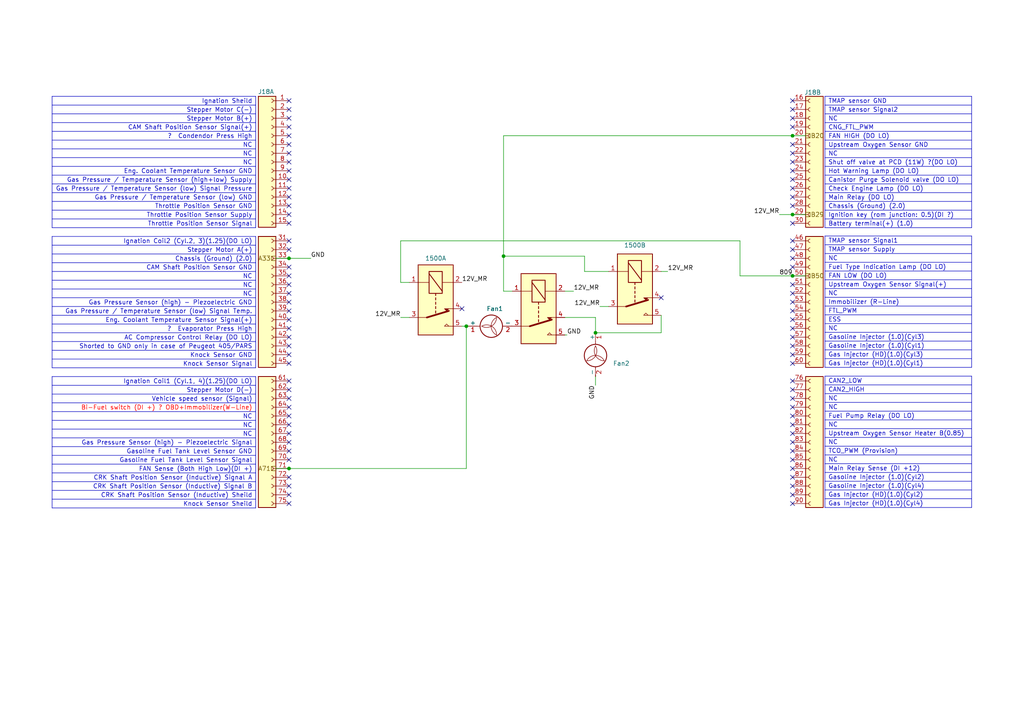
<source format=kicad_sch>
(kicad_sch (version 20250114) (generator "eeschema") (generator_version "9.0")
  (paper "A4")
  (lib_symbols
    (symbol "Conn_01x90_3Row_Socket_1" (pin_names (offset 1.016) (hide yes))
      (property "Reference" "J" (at 1.524 60.833 0))
      (property "Value" "Conn_01x90_3Row_Socket" (at 1.397 -61.214 0))
      (symbol "Conn_01x90_3Row_Socket_1_1_1"
        (pin passive line (at -4.318 58.42 0) (length 3.81) (name "A1") (number "1"))
        (pin passive line (at -4.318 55.88 0) (length 3.81) (name "A2") (number "2"))
        (pin passive line (at -4.318 53.34 0) (length 3.81) (name "A3") (number "3"))
        (pin passive line (at -4.318 50.8 0) (length 3.81) (name "A4") (number "4"))
        (pin passive line (at -4.318 48.26 0) (length 3.81) (name "A5") (number "5"))
        (pin passive line (at -4.318 45.72 0) (length 3.81) (name "A6") (number "6"))
        (pin passive line (at -4.318 43.18 0) (length 3.81) (name "A7") (number "7"))
        (pin passive line (at -4.318 40.64 0) (length 3.81) (name "A8") (number "8"))
        (pin passive line (at -4.318 38.1 0) (length 3.81) (name "A9") (number "9"))
        (pin passive line (at -4.318 35.56 0) (length 3.81) (name "A10") (number "10"))
        (pin passive line (at -4.318 33.02 0) (length 3.81) (name "A11") (number "11"))
        (pin passive line (at -4.318 30.48 0) (length 3.81) (name "A12") (number "12"))
        (pin passive line (at -4.318 27.94 0) (length 3.81) (name "A13") (number "13"))
        (pin passive line (at -4.318 25.4 0) (length 3.81) (name "A14") (number "14"))
        (pin passive line (at -4.318 22.86 0) (length 3.81) (name "A15") (number "15"))
        (pin passive line (at -4.318 17.78 0) (length 3.81) (name "A31") (number "31"))
        (pin passive line (at -4.318 15.24 0) (length 3.81) (name "A32") (number "32"))
        (pin passive line (at -4.318 12.7 0) (length 3.81) (name "A33") (number "33"))
        (pin passive line (at -4.318 10.16 0) (length 3.81) (name "A34") (number "34"))
        (pin passive line (at -4.318 7.62 0) (length 3.81) (name "A35") (number "35"))
        (pin passive line (at -4.318 5.08 0) (length 3.81) (name "A36") (number "36"))
        (pin passive line (at -4.318 2.54 0) (length 3.81) (name "A37") (number "37"))
        (pin passive line (at -4.318 0 0) (length 3.81) (name "A38") (number "38"))
        (pin passive line (at -4.318 -2.54 0) (length 3.81) (name "A39") (number "39"))
        (pin passive line (at -4.318 -5.08 0) (length 3.81) (name "A40") (number "40"))
        (pin passive line (at -4.318 -7.62 0) (length 3.81) (name "A41") (number "41"))
        (pin passive line (at -4.318 -10.16 0) (length 3.81) (name "A42") (number "42"))
        (pin passive line (at -4.318 -12.7 0) (length 3.81) (name "A43") (number "43"))
        (pin passive line (at -4.318 -15.24 0) (length 3.81) (name "A44") (number "44"))
        (pin passive line (at -4.318 -17.78 0) (length 3.81) (name "A45") (number "45"))
        (pin passive line (at -4.318 -22.86 0) (length 3.81) (name "A61") (number "61"))
        (pin passive line (at -4.318 -25.4 0) (length 3.81) (name "A62") (number "62"))
        (pin passive line (at -4.318 -27.94 0) (length 3.81) (name "A63") (number "63"))
        (pin passive line (at -4.318 -30.48 0) (length 3.81) (name "A64") (number "64"))
        (pin passive line (at -4.318 -33.02 0) (length 3.81) (name "A65") (number "65"))
        (pin passive line (at -4.318 -35.56 0) (length 3.81) (name "A66") (number "66"))
        (pin passive line (at -4.318 -38.1 0) (length 3.81) (name "A67") (number "67"))
        (pin passive line (at -4.318 -40.64 0) (length 3.81) (name "A68") (number "68"))
        (pin passive line (at -4.318 -43.18 0) (length 3.81) (name "A69") (number "69"))
        (pin passive line (at -4.318 -45.72 0) (length 3.81) (name "A70") (number "70"))
        (pin passive line (at -4.318 -48.26 0) (length 3.81) (name "A71") (number "71"))
        (pin passive line (at -4.318 -50.8 0) (length 3.81) (name "A72") (number "72"))
        (pin passive line (at -4.318 -53.34 0) (length 3.81) (name "A73") (number "73"))
        (pin passive line (at -4.318 -55.88 0) (length 3.81) (name "A74") (number "74"))
        (pin passive line (at -4.318 -58.42 0) (length 3.81) (name "A75") (number "75"))
      )
      (symbol "Conn_01x90_3Row_Socket_1_2_1"
        (pin passive line (at -4.318 58.42 0) (length 3.81) (name "B16") (number "16"))
        (pin passive line (at -4.318 55.88 0) (length 3.81) (name "B17") (number "17"))
        (pin passive line (at -4.318 53.34 0) (length 3.81) (name "B18") (number "18"))
        (pin passive line (at -4.318 50.8 0) (length 3.81) (name "B19") (number "19"))
        (pin passive line (at -4.318 48.26 0) (length 3.81) (name "B20") (number "20"))
        (pin passive line (at -4.318 45.72 0) (length 3.81) (name "B21") (number "21"))
        (pin passive line (at -4.318 43.18 0) (length 3.81) (name "B22") (number "22"))
        (pin passive line (at -4.318 40.64 0) (length 3.81) (name "B23") (number "23"))
        (pin passive line (at -4.318 38.1 0) (length 3.81) (name "B24") (number "24"))
        (pin passive line (at -4.318 35.56 0) (length 3.81) (name "B25") (number "25"))
        (pin passive line (at -4.318 33.02 0) (length 3.81) (name "B26") (number "26"))
        (pin passive line (at -4.318 30.48 0) (length 3.81) (name "B27") (number "27"))
        (pin passive line (at -4.318 27.94 0) (length 3.81) (name "B28") (number "28"))
        (pin passive line (at -4.318 25.4 0) (length 3.81) (name "B29") (number "29"))
        (pin passive line (at -4.318 22.86 0) (length 3.81) (name "B30") (number "30"))
        (pin passive line (at -4.318 17.78 0) (length 3.81) (name "B46") (number "46"))
        (pin passive line (at -4.318 15.24 0) (length 3.81) (name "B47") (number "47"))
        (pin passive line (at -4.318 12.7 0) (length 3.81) (name "B48") (number "48"))
        (pin passive line (at -4.318 10.16 0) (length 3.81) (name "B49") (number "49"))
        (pin passive line (at -4.318 7.62 0) (length 3.81) (name "B50") (number "50"))
        (pin passive line (at -4.318 5.08 0) (length 3.81) (name "B51") (number "51"))
        (pin passive line (at -4.318 2.54 0) (length 3.81) (name "B52") (number "52"))
        (pin passive line (at -4.318 0 0) (length 3.81) (name "B53") (number "53"))
        (pin passive line (at -4.318 -2.54 0) (length 3.81) (name "B54") (number "54"))
        (pin passive line (at -4.318 -5.08 0) (length 3.81) (name "B55") (number "55"))
        (pin passive line (at -4.318 -7.62 0) (length 3.81) (name "B56") (number "56"))
        (pin passive line (at -4.318 -10.16 0) (length 3.81) (name "B57") (number "57"))
        (pin passive line (at -4.318 -12.7 0) (length 3.81) (name "B58") (number "58"))
        (pin passive line (at -4.318 -15.24 0) (length 3.81) (name "B59") (number "59"))
        (pin passive line (at -4.318 -17.78 0) (length 3.81) (name "B60") (number "60"))
        (pin passive line (at -4.318 -22.86 0) (length 3.81) (name "B76") (number "76"))
        (pin passive line (at -4.318 -25.4 0) (length 3.81) (name "B77") (number "77"))
        (pin passive line (at -4.318 -27.94 0) (length 3.81) (name "B78") (number "78"))
        (pin passive line (at -4.318 -30.48 0) (length 3.81) (name "B79") (number "79"))
        (pin passive line (at -4.318 -33.02 0) (length 3.81) (name "B80") (number "80"))
        (pin passive line (at -4.318 -35.56 0) (length 3.81) (name "B81") (number "81"))
        (pin passive line (at -4.318 -38.1 0) (length 3.81) (name "B82") (number "82"))
        (pin passive line (at -4.318 -40.64 0) (length 3.81) (name "B83") (number "83"))
        (pin passive line (at -4.318 -43.18 0) (length 3.81) (name "B84") (number "84"))
        (pin passive line (at -4.318 -45.72 0) (length 3.81) (name "B85") (number "85"))
        (pin passive line (at -4.318 -48.26 0) (length 3.81) (name "B86") (number "86"))
        (pin passive line (at -4.318 -50.8 0) (length 3.81) (name "B87") (number "87"))
        (pin passive line (at -4.318 -53.34 0) (length 3.81) (name "B88") (number "88"))
        (pin passive line (at -4.318 -55.88 0) (length 3.81) (name "B89") (number "89"))
        (pin passive line (at -4.318 -58.42 0) (length 3.81) (name "B90") (number "90"))
      )
    )
    (symbol "Motor:Fan" (pin_names (offset 0))
      (property "Reference" "M" (at 2.54 5.08 0))
      (property "Value" "Fan" (at 2.54 -2.54 0))
      (symbol "Fan_1_1"
        (pin passive line (at 0 7.62 270) (length 2.54) (name "+") (number "1"))
        (pin passive line (at 0 -5.08 90) (length 2.54) (name "-") (number "2"))
      )
    )
    (symbol "SparkFun-Electromechanical:Relay_SPDT_20A_5V_27.6x32.0mm"
      (property "Reference" "K" (at -3.81 11.43 0))
      (property "Value" "Relay_SPDT_20A_5V" (at 0 -11.43 0))
      (symbol "Relay_SPDT_20A_5V_27.6x32.0mm_1_1"
        (pin passive line (at -7.62 5.08 0) (length 2.54) (name "") (number "1"))
        (pin passive line (at -7.62 -5.08 0) (length 2.54) (name "") (number "3"))
        (pin passive line (at 7.62 5.08 180) (length 2.54) (name "") (number "2"))
        (pin passive line (at 7.62 -2.54 180) (length 2.54) (name "") (number "4"))
        (pin passive line (at 7.62 -7.62 180) (length 2.54) (name "") (number "5"))
      )
    )
    (symbol "sicma_socket:Conn_01x90_3Row_Socket" (pin_names (offset 1.016) (hide yes))
      (property "Reference" "J" (at 1.524 60.833 0))
      (property "Value" "Conn_01x90_3Row_Socket" (at 1.397 -61.214 0))
      (symbol "Conn_01x90_3Row_Socket_1_1"
        (pin passive line (at -4.318 58.42 0) (length 3.81) (name "A1") (number "1"))
        (pin passive line (at -4.318 55.88 0) (length 3.81) (name "A2") (number "2"))
        (pin passive line (at -4.318 53.34 0) (length 3.81) (name "A3") (number "3"))
        (pin passive line (at -4.318 50.8 0) (length 3.81) (name "A4") (number "4"))
        (pin passive line (at -4.318 48.26 0) (length 3.81) (name "A5") (number "5"))
        (pin passive line (at -4.318 45.72 0) (length 3.81) (name "A6") (number "6"))
        (pin passive line (at -4.318 43.18 0) (length 3.81) (name "A7") (number "7"))
        (pin passive line (at -4.318 40.64 0) (length 3.81) (name "A8") (number "8"))
        (pin passive line (at -4.318 38.1 0) (length 3.81) (name "A9") (number "9"))
        (pin passive line (at -4.318 35.56 0) (length 3.81) (name "A10") (number "10"))
        (pin passive line (at -4.318 33.02 0) (length 3.81) (name "A11") (number "11"))
        (pin passive line (at -4.318 30.48 0) (length 3.81) (name "A12") (number "12"))
        (pin passive line (at -4.318 27.94 0) (length 3.81) (name "A13") (number "13"))
        (pin passive line (at -4.318 25.4 0) (length 3.81) (name "A14") (number "14"))
        (pin passive line (at -4.318 22.86 0) (length 3.81) (name "A15") (number "15"))
        (pin passive line (at -4.318 17.78 0) (length 3.81) (name "A31") (number "31"))
        (pin passive line (at -4.318 15.24 0) (length 3.81) (name "A32") (number "32"))
        (pin passive line (at -4.318 12.7 0) (length 3.81) (name "A33") (number "33"))
        (pin passive line (at -4.318 10.16 0) (length 3.81) (name "A34") (number "34"))
        (pin passive line (at -4.318 7.62 0) (length 3.81) (name "A35") (number "35"))
        (pin passive line (at -4.318 5.08 0) (length 3.81) (name "A36") (number "36"))
        (pin passive line (at -4.318 2.54 0) (length 3.81) (name "A37") (number "37"))
        (pin passive line (at -4.318 0 0) (length 3.81) (name "A38") (number "38"))
        (pin passive line (at -4.318 -2.54 0) (length 3.81) (name "A39") (number "39"))
        (pin passive line (at -4.318 -5.08 0) (length 3.81) (name "A40") (number "40"))
        (pin passive line (at -4.318 -7.62 0) (length 3.81) (name "A41") (number "41"))
        (pin passive line (at -4.318 -10.16 0) (length 3.81) (name "A42") (number "42"))
        (pin passive line (at -4.318 -12.7 0) (length 3.81) (name "A43") (number "43"))
        (pin passive line (at -4.318 -15.24 0) (length 3.81) (name "A44") (number "44"))
        (pin passive line (at -4.318 -17.78 0) (length 3.81) (name "A45") (number "45"))
        (pin passive line (at -4.318 -22.86 0) (length 3.81) (name "A61") (number "61"))
        (pin passive line (at -4.318 -25.4 0) (length 3.81) (name "A62") (number "62"))
        (pin passive line (at -4.318 -27.94 0) (length 3.81) (name "A63") (number "63"))
        (pin passive line (at -4.318 -30.48 0) (length 3.81) (name "A64") (number "64"))
        (pin passive line (at -4.318 -33.02 0) (length 3.81) (name "A65") (number "65"))
        (pin passive line (at -4.318 -35.56 0) (length 3.81) (name "A66") (number "66"))
        (pin passive line (at -4.318 -38.1 0) (length 3.81) (name "A67") (number "67"))
        (pin passive line (at -4.318 -40.64 0) (length 3.81) (name "A68") (number "68"))
        (pin passive line (at -4.318 -43.18 0) (length 3.81) (name "A69") (number "69"))
        (pin passive line (at -4.318 -45.72 0) (length 3.81) (name "A70") (number "70"))
        (pin passive line (at -4.318 -48.26 0) (length 3.81) (name "A71") (number "71"))
        (pin passive line (at -4.318 -50.8 0) (length 3.81) (name "A72") (number "72"))
        (pin passive line (at -4.318 -53.34 0) (length 3.81) (name "A73") (number "73"))
        (pin passive line (at -4.318 -55.88 0) (length 3.81) (name "A74") (number "74"))
        (pin passive line (at -4.318 -58.42 0) (length 3.81) (name "A75") (number "75"))
      )
      (symbol "Conn_01x90_3Row_Socket_2_1"
        (pin passive line (at -4.318 58.42 0) (length 3.81) (name "B16") (number "16"))
        (pin passive line (at -4.318 55.88 0) (length 3.81) (name "B17") (number "17"))
        (pin passive line (at -4.318 53.34 0) (length 3.81) (name "B18") (number "18"))
        (pin passive line (at -4.318 50.8 0) (length 3.81) (name "B19") (number "19"))
        (pin passive line (at -4.318 48.26 0) (length 3.81) (name "B20") (number "20"))
        (pin passive line (at -4.318 45.72 0) (length 3.81) (name "B21") (number "21"))
        (pin passive line (at -4.318 43.18 0) (length 3.81) (name "B22") (number "22"))
        (pin passive line (at -4.318 40.64 0) (length 3.81) (name "B23") (number "23"))
        (pin passive line (at -4.318 38.1 0) (length 3.81) (name "B24") (number "24"))
        (pin passive line (at -4.318 35.56 0) (length 3.81) (name "B25") (number "25"))
        (pin passive line (at -4.318 33.02 0) (length 3.81) (name "B26") (number "26"))
        (pin passive line (at -4.318 30.48 0) (length 3.81) (name "B27") (number "27"))
        (pin passive line (at -4.318 27.94 0) (length 3.81) (name "B28") (number "28"))
        (pin passive line (at -4.318 25.4 0) (length 3.81) (name "B29") (number "29"))
        (pin passive line (at -4.318 22.86 0) (length 3.81) (name "B30") (number "30"))
        (pin passive line (at -4.318 17.78 0) (length 3.81) (name "B46") (number "46"))
        (pin passive line (at -4.318 15.24 0) (length 3.81) (name "B47") (number "47"))
        (pin passive line (at -4.318 12.7 0) (length 3.81) (name "B48") (number "48"))
        (pin passive line (at -4.318 10.16 0) (length 3.81) (name "B49") (number "49"))
        (pin passive line (at -4.318 7.62 0) (length 3.81) (name "B50") (number "50"))
        (pin passive line (at -4.318 5.08 0) (length 3.81) (name "B51") (number "51"))
        (pin passive line (at -4.318 2.54 0) (length 3.81) (name "B52") (number "52"))
        (pin passive line (at -4.318 0 0) (length 3.81) (name "B53") (number "53"))
        (pin passive line (at -4.318 -2.54 0) (length 3.81) (name "B54") (number "54"))
        (pin passive line (at -4.318 -5.08 0) (length 3.81) (name "B55") (number "55"))
        (pin passive line (at -4.318 -7.62 0) (length 3.81) (name "B56") (number "56"))
        (pin passive line (at -4.318 -10.16 0) (length 3.81) (name "B57") (number "57"))
        (pin passive line (at -4.318 -12.7 0) (length 3.81) (name "B58") (number "58"))
        (pin passive line (at -4.318 -15.24 0) (length 3.81) (name "B59") (number "59"))
        (pin passive line (at -4.318 -17.78 0) (length 3.81) (name "B60") (number "60"))
        (pin passive line (at -4.318 -22.86 0) (length 3.81) (name "B76") (number "76"))
        (pin passive line (at -4.318 -25.4 0) (length 3.81) (name "B77") (number "77"))
        (pin passive line (at -4.318 -27.94 0) (length 3.81) (name "B78") (number "78"))
        (pin passive line (at -4.318 -30.48 0) (length 3.81) (name "B79") (number "79"))
        (pin passive line (at -4.318 -33.02 0) (length 3.81) (name "B80") (number "80"))
        (pin passive line (at -4.318 -35.56 0) (length 3.81) (name "B81") (number "81"))
        (pin passive line (at -4.318 -38.1 0) (length 3.81) (name "B82") (number "82"))
        (pin passive line (at -4.318 -40.64 0) (length 3.81) (name "B83") (number "83"))
        (pin passive line (at -4.318 -43.18 0) (length 3.81) (name "B84") (number "84"))
        (pin passive line (at -4.318 -45.72 0) (length 3.81) (name "B85") (number "85"))
        (pin passive line (at -4.318 -48.26 0) (length 3.81) (name "B86") (number "86"))
        (pin passive line (at -4.318 -50.8 0) (length 3.81) (name "B87") (number "87"))
        (pin passive line (at -4.318 -53.34 0) (length 3.81) (name "B88") (number "88"))
        (pin passive line (at -4.318 -55.88 0) (length 3.81) (name "B89") (number "89"))
        (pin passive line (at -4.318 -58.42 0) (length 3.81) (name "B90") (number "90"))
      )
    )
  )
  (junction (at 172.72 96.52))
  (junction (at 229.87 80.01))
  (junction (at 146.05 74.295))
  (junction (at 135.255 94.615))
  (junction (at 83.82 74.93))
  (junction (at 229.87 62.23))
  (junction (at 83.82 135.89))
  (junction (at 229.87 39.37))
  (no_connect (at 83.82 130.81))
  (no_connect (at 229.87 29.21))
  (no_connect (at 229.87 82.55))
  (no_connect (at 83.82 138.43))
  (no_connect (at 83.82 62.23))
  (no_connect (at 229.87 92.71))
  (no_connect (at 229.87 57.15))
  (no_connect (at 83.82 36.83))
  (no_connect (at 229.87 118.11))
  (no_connect (at 229.87 105.41))
  (no_connect (at 133.985 89.535))
  (no_connect (at 229.87 128.27))
  (no_connect (at 229.87 31.75))
  (no_connect (at 229.87 135.89))
  (no_connect (at 229.87 64.77))
  (no_connect (at 83.82 90.17))
  (no_connect (at 229.87 36.83))
  (no_connect (at 83.82 95.25))
  (no_connect (at 83.82 125.73))
  (no_connect (at 83.82 34.29))
  (no_connect (at 83.82 97.79))
  (no_connect (at 229.87 90.17))
  (no_connect (at 229.87 85.09))
  (no_connect (at 229.87 34.29))
  (no_connect (at 83.82 87.63))
  (no_connect (at 229.87 120.65))
  (no_connect (at 83.82 31.75))
  (no_connect (at 83.82 52.07))
  (no_connect (at 83.82 92.71))
  (no_connect (at 83.82 44.45))
  (no_connect (at 229.87 113.03))
  (no_connect (at 229.87 138.43))
  (no_connect (at 83.82 39.37))
  (no_connect (at 83.82 118.11))
  (no_connect (at 191.77 86.36))
  (no_connect (at 83.82 115.57))
  (no_connect (at 229.87 146.05))
  (no_connect (at 229.87 143.51))
  (no_connect (at 83.82 100.33))
  (no_connect (at 83.82 29.21))
  (no_connect (at 83.82 105.41))
  (no_connect (at 83.82 123.19))
  (no_connect (at 83.82 120.65))
  (no_connect (at 83.82 140.97))
  (no_connect (at 83.82 54.61))
  (no_connect (at 83.82 85.09))
  (no_connect (at 229.87 41.91))
  (no_connect (at 229.87 102.87))
  (no_connect (at 83.82 69.85))
  (no_connect (at 229.87 74.93))
  (no_connect (at 229.87 130.81))
  (no_connect (at 229.87 140.97))
  (no_connect (at 229.87 97.79))
  (no_connect (at 83.82 77.47))
  (no_connect (at 229.87 87.63))
  (no_connect (at 229.87 49.53))
  (no_connect (at 229.87 95.25))
  (no_connect (at 83.82 82.55))
  (no_connect (at 83.82 143.51))
  (no_connect (at 229.87 54.61))
  (no_connect (at 83.82 64.77))
  (no_connect (at 229.87 44.45))
  (no_connect (at 229.87 69.85))
  (no_connect (at 229.87 46.99))
  (no_connect (at 83.82 46.99))
  (no_connect (at 83.82 110.49))
  (no_connect (at 83.82 59.69))
  (no_connect (at 229.87 125.73))
  (no_connect (at 229.87 133.35))
  (no_connect (at 83.82 128.27))
  (no_connect (at 229.87 123.19))
  (no_connect (at 83.82 72.39))
  (no_connect (at 229.87 52.07))
  (no_connect (at 229.87 115.57))
  (no_connect (at 83.82 57.15))
  (no_connect (at 229.87 77.47))
  (no_connect (at 83.82 102.87))
  (no_connect (at 83.82 133.35))
  (no_connect (at 229.87 110.49))
  (no_connect (at 83.82 41.91))
  (no_connect (at 229.87 100.33))
  (no_connect (at 83.82 146.05))
  (no_connect (at 83.82 113.03))
  (no_connect (at 229.87 59.69))
  (no_connect (at 83.82 80.01))
  (no_connect (at 83.82 49.53))
  (no_connect (at 229.87 72.39))
  (wire (pts (xy 214.63 80.01) (xy 214.63 69.85)))
  (wire (pts (xy 229.87 39.37) (xy 146.05 39.37)))
  (wire (pts (xy 172.72 96.52) (xy 172.72 92.075)))
  (wire (pts (xy 169.545 74.295) (xy 146.05 74.295)))
  (wire (pts (xy 83.82 74.93) (xy 90.17 74.93)))
  (wire (pts (xy 233.68 39.37) (xy 229.87 39.37)))
  (wire (pts (xy 80.01 74.93) (xy 83.82 74.93)))
  (wire (pts (xy 135.255 135.89) (xy 83.82 135.89)))
  (wire (pts (xy 83.82 135.89) (xy 80.01 135.89)))
  (wire (pts (xy 116.205 69.85) (xy 116.205 81.915)))
  (wire (pts (xy 229.87 80.01) (xy 214.63 80.01)))
  (wire (pts (xy 233.68 80.01) (xy 229.87 80.01)))
  (wire (pts (xy 173.99 88.9) (xy 176.53 88.9)))
  (wire (pts (xy 191.77 96.52) (xy 191.77 91.44)))
  (wire (pts (xy 214.63 69.85) (xy 116.205 69.85)))
  (wire (pts (xy 163.83 92.075) (xy 172.72 92.075)))
  (wire (pts (xy 163.83 84.455) (xy 166.37 84.455)))
  (wire (pts (xy 193.675 78.74) (xy 191.77 78.74)))
  (wire (pts (xy 135.255 94.615) (xy 135.255 135.89)))
  (wire (pts (xy 135.255 94.615) (xy 133.985 94.615)))
  (wire (pts (xy 233.68 62.23) (xy 229.87 62.23)))
  (wire (pts (xy 146.05 74.295) (xy 146.05 84.455)))
  (wire (pts (xy 146.05 39.37) (xy 146.05 74.295)))
  (wire (pts (xy 135.89 94.615) (xy 135.255 94.615)))
  (wire (pts (xy 226.06 62.23) (xy 229.87 62.23)))
  (wire (pts (xy 172.72 96.52) (xy 191.77 96.52)))
  (wire (pts (xy 169.545 78.74) (xy 169.545 74.295)))
  (wire (pts (xy 116.205 92.075) (xy 118.745 92.075)))
  (wire (pts (xy 116.205 81.915) (xy 118.745 81.915)))
  (wire (pts (xy 146.05 84.455) (xy 148.59 84.455)))
  (wire (pts (xy 169.545 78.74) (xy 176.53 78.74)))
  (wire (pts (xy 172.72 109.22) (xy 172.72 111.76)))
  (wire (pts (xy 164.465 97.155) (xy 163.83 97.155)))
  (table (column_count 1) (border (external yes) (header yes)) (separators (rows yes) (cols yes)) (column_widths 42.545) (row_heights 2.54 2.54 2.54 2.54 2.54 2.54 2.54 2.54 2.54 2.54 2.54 2.54 2.54 2.54 2.54) (cells (table_cell "CAN2_LOW" (at 239.268 109.093 0) (size 42.545 2.54) (margins 0.9525 0.9525 0.9525 0.9525) (span 1 1)) (table_cell "CAN2_HIGH" (at 239.268 111.633 0) (size 42.545 2.54) (margins 0.9525 0.9525 0.9525 0.9525) (span 1 1)) (table_cell "NC" (at 239.268 114.173 0) (size 42.545 2.54) (margins 0.9525 0.9525 0.9525 0.9525) (span 1 1)) (table_cell "NC" (at 239.268 116.713 0) (size 42.545 2.54) (margins 0.9525 0.9525 0.9525 0.9525) (span 1 1)) (table_cell "Fuel Pump Relay (DO LO)" (at 239.268 119.253 0) (size 42.545 2.54) (margins 0.9525 0.9525 0.9525 0.9525) (span 1 1)) (table_cell "NC" (at 239.268 121.793 0) (size 42.545 2.54) (margins 0.9525 0.9525 0.9525 0.9525) (span 1 1)) (table_cell "Upstream Oxygen Sensor Heater B(0.85)" (at 239.268 124.333 0) (size 42.545 2.54) (margins 0.9525 0.9525 0.9525 0.9525) (span 1 1)) (table_cell "NC" (at 239.268 126.873 0) (size 42.545 2.54) (margins 0.9525 0.9525 0.9525 0.9525) (span 1 1)) (table_cell "TCO_PWM (Provision)" (at 239.268 129.413 0) (size 42.545 2.54) (margins 0.9525 0.9525 0.9525 0.9525) (span 1 1)) (table_cell "NC" (at 239.268 131.953 0) (size 42.545 2.54) (margins 0.9525 0.9525 0.9525 0.9525) (span 1 1)) (table_cell "Main Relay Sense (DI +12)" (at 239.268 134.493 0) (size 42.545 2.54) (margins 0.9525 0.9525 0.9525 0.9525) (span 1 1)) (table_cell "Gasoline Injector (1.0)(Cyl2)" (at 239.268 137.033 0) (size 42.545 2.54) (margins 0.9525 0.9525 0.9525 0.9525) (span 1 1)) (table_cell "Gasoline Injector (1.0)(Cyl4)" (at 239.268 139.573 0) (size 42.545 2.54) (margins 0.9525 0.9525 0.9525 0.9525) (span 1 1)) (table_cell "Gas Injector (HD)(1.0)(Cyl2)" (at 239.268 142.113 0) (size 42.545 2.54) (margins 0.9525 0.9525 0.9525 0.9525) (span 1 1)) (table_cell "Gas Injector (HD)(1.0)(Cyl4)" (at 239.268 144.653 0) (size 42.545 2.54) (margins 0.9525 0.9525 0.9525 0.9525) (span 1 1))))
  (table (column_count 1) (border (external yes) (header no)) (separators (rows yes) (cols no)) (column_widths 59.055) (row_heights 2.54 2.54 2.54 2.54 2.54 2.54 2.54 2.54 2.54 2.54 2.54 2.54 2.54 2.54 2.54) (cells (table_cell "Ignation Sheild" (at 15.113 27.94 0) (size 59.055 2.54) (margins 0.9525 0.9525 0.9525 0.9525) (span 1 1)) (table_cell "Stepper Motor C(-)" (at 15.113 30.48 0) (size 59.055 2.54) (margins 0.9525 0.9525 0.9525 0.9525) (span 1 1)) (table_cell "Stepper Motor B(+)" (at 15.113 33.02 0) (size 59.055 2.54) (margins 0.9525 0.9525 0.9525 0.9525) (span 1 1)) (table_cell "CAM Shaft Position Sensor Signal(+)" (at 15.113 35.56 0) (size 59.055 2.54) (margins 0.9525 0.9525 0.9525 0.9525) (span 1 1)) (table_cell "?  Condendor Press High" (at 15.113 38.1 0) (size 59.055 2.54) (margins 0.9525 0.9525 0.9525 0.9525) (span 1 1)) (table_cell "NC" (at 15.113 40.64 0) (size 59.055 2.54) (margins 0.9525 0.9525 0.9525 0.9525) (span 1 1)) (table_cell "NC" (at 15.113 43.18 0) (size 59.055 2.54) (margins 0.9525 0.9525 0.9525 0.9525) (span 1 1)) (table_cell "NC" (at 15.113 45.72 0) (size 59.055 2.54) (margins 0.9525 0.9525 0.9525 0.9525) (span 1 1)) (table_cell "Eng. Coolant Temperature Sensor GND" (at 15.113 48.26 0) (size 59.055 2.54) (margins 0.9525 0.9525 0.9525 0.9525) (span 1 1)) (table_cell "Gas Pressure / Temperature Sensor (high+low) Supply" (at 15.113 50.8 0) (size 59.055 2.54) (margins 0.9525 0.9525 0.9525 0.9525) (span 1 1)) (table_cell "Gas Pressure / Temperature Sensor (low) Signal Pressure" (at 15.113 53.34 0) (size 59.055 2.54) (margins 0.9525 0.9525 0.9525 0.9525) (span 1 1)) (table_cell "Gas Pressure / Temperature Sensor (low) GND" (at 15.113 55.88 0) (size 59.055 2.54) (margins 0.9525 0.9525 0.9525 0.9525) (span 1 1)) (table_cell "Throttle Position Sensor GND" (at 15.113 58.42 0) (size 59.055 2.54) (margins 0.9525 0.9525 0.9525 0.9525) (span 1 1)) (table_cell "Throttle Position Sensor Supply" (at 15.113 60.96 0) (size 59.055 2.54) (margins 0.9525 0.9525 0.9525 0.9525) (span 1 1)) (table_cell "Throttle Position Sensor Signal" (at 15.113 63.5 0) (size 59.055 2.54) (margins 0.9525 0.9525 0.9525 0.9525) (span 1 1))))
  (table (column_count 1) (border (external yes) (header yes)) (separators (rows yes) (cols yes)) (column_widths 59.055) (row_heights 2.54 2.54 2.54 2.54 2.54 2.54 2.54 2.54 2.54 2.54 2.54 2.54 2.54 2.54 2.54) (cells (table_cell "Ignation Coil2 (Cyl.2, 3)(1.25)(DO LO)" (at 15.113 68.58 0) (size 59.055 2.54) (margins 0.9525 0.9525 0.9525 0.9525) (span 1 1)) (table_cell "Stepper Motor A(+)" (at 15.113 71.12 0) (size 59.055 2.54) (margins 0.9525 0.9525 0.9525 0.9525) (span 1 1)) (table_cell "Chassis (Ground) (2.0)" (at 15.113 73.66 0) (size 59.055 2.54) (margins 0.9525 0.9525 0.9525 0.9525) (span 1 1)) (table_cell "CAM Shaft Position Sensor GND" (at 15.113 76.2 0) (size 59.055 2.54) (margins 0.9525 0.9525 0.9525 0.9525) (span 1 1)) (table_cell "NC" (at 15.113 78.74 0) (size 59.055 2.54) (margins 0.9525 0.9525 0.9525 0.9525) (span 1 1)) (table_cell "NC" (at 15.113 81.28 0) (size 59.055 2.54) (margins 0.9525 0.9525 0.9525 0.9525) (span 1 1)) (table_cell "NC" (at 15.113 83.82 0) (size 59.055 2.54) (margins 0.9525 0.9525 0.9525 0.9525) (span 1 1)) (table_cell "Gas Pressure Sensor (high) - Piezoelectric GND" (at 15.113 86.36 0) (size 59.055 2.54) (margins 0.9525 0.9525 0.9525 0.9525) (span 1 1)) (table_cell "Gas Pressure / Temperature Sensor (low) Signal Temp." (at 15.113 88.9 0) (size 59.055 2.54) (margins 0.9525 0.9525 0.9525 0.9525) (span 1 1)) (table_cell "Eng. Coolant Temperature Sensor Signal(+)" (at 15.113 91.44 0) (size 59.055 2.54) (margins 0.9525 0.9525 0.9525 0.9525) (span 1 1)) (table_cell "?  Evaporator Press High" (at 15.113 93.98 0) (size 59.055 2.54) (margins 0.9525 0.9525 0.9525 0.9525) (span 1 1)) (table_cell "AC Compressor Control Relay (DO LO)" (at 15.113 96.52 0) (size 59.055 2.54) (margins 0.9525 0.9525 0.9525 0.9525) (span 1 1)) (table_cell "Shorted to GND only in case of Peugeot 405/PARS" (at 15.113 99.06 0) (size 59.055 2.54) (margins 0.9525 0.9525 0.9525 0.9525) (span 1 1)) (table_cell "Knock Sensor GND" (at 15.113 101.6 0) (size 59.055 2.54) (margins 0.9525 0.9525 0.9525 0.9525) (span 1 1)) (table_cell "Knock Sensor Signal" (at 15.113 104.14 0) (size 59.055 2.54) (margins 0.9525 0.9525 0.9525 0.9525) (span 1 1))))
  (table (column_count 1) (border (external yes) (header yes)) (separators (rows yes) (cols yes)) (column_widths 59.055) (row_heights 2.54 2.54 2.54 2.54 2.54 2.54 2.54 2.54 2.54 2.54 2.54 2.54 2.54 2.54 2.54) (cells (table_cell "Ignation Coil1 (Cyl.1, 4)(1.25)(DO LO)" (at 15.113 109.22 0) (size 59.055 2.54) (margins 0.9525 0.9525 0.9525 0.9525) (span 1 1)) (table_cell "Stepper Motor D(-)" (at 15.113 111.76 0) (size 59.055 2.54) (margins 0.9525 0.9525 0.9525 0.9525) (span 1 1)) (table_cell "Vehicle speed sensor (Signal)" (at 15.113 114.3 0) (size 59.055 2.54) (margins 0.9525 0.9525 0.9525 0.9525) (span 1 1)) (table_cell "Bi-Fuel switch (DI +) ? OBD+Immobilizer(W-Line)" (at 15.113 116.84 0) (size 59.055 2.54) (margins 0.9525 0.9525 0.9525 0.9525) (span 1 1)) (table_cell "NC" (at 15.113 119.38 0) (size 59.055 2.54) (margins 0.9525 0.9525 0.9525 0.9525) (span 1 1)) (table_cell "NC" (at 15.113 121.92 0) (size 59.055 2.54) (margins 0.9525 0.9525 0.9525 0.9525) (span 1 1)) (table_cell "NC" (at 15.113 124.46 0) (size 59.055 2.54) (margins 0.9525 0.9525 0.9525 0.9525) (span 1 1)) (table_cell "Gas Pressure Sensor (high) - Piezoelectric Signal" (at 15.113 127 0) (size 59.055 2.54) (margins 0.9525 0.9525 0.9525 0.9525) (span 1 1)) (table_cell "Gasoline Fuel Tank Level Sensor GND" (at 15.113 129.54 0) (size 59.055 2.54) (margins 0.9525 0.9525 0.9525 0.9525) (span 1 1)) (table_cell "Gasoline Fuel Tank Level Sensor Signal" (at 15.113 132.08 0) (size 59.055 2.54) (margins 0.9525 0.9525 0.9525 0.9525) (span 1 1)) (table_cell "FAN Sense (Both High Low)(DI +)" (at 15.113 134.62 0) (size 59.055 2.54) (margins 0.9525 0.9525 0.9525 0.9525) (span 1 1)) (table_cell "CRK Shaft Position Sensor (Inductive) Signal A" (at 15.113 137.16 0) (size 59.055 2.54) (margins 0.9525 0.9525 0.9525 0.9525) (span 1 1)) (table_cell "CRK Shaft Position Sensor (Inductive) Signal B" (at 15.113 139.7 0) (size 59.055 2.54) (margins 0.9525 0.9525 0.9525 0.9525) (span 1 1)) (table_cell "CRK Shaft Position Sensor (Inductive) Sheild" (at 15.113 142.24 0) (size 59.055 2.54) (margins 0.9525 0.9525 0.9525 0.9525) (span 1 1)) (table_cell "Knock Sensor Sheild" (at 15.113 144.78 0) (size 59.055 2.54) (margins 0.9525 0.9525 0.9525 0.9525) (span 1 1))))
  (table (column_count 1) (border (external yes) (header yes)) (separators (rows yes) (cols yes)) (column_widths 42.545) (row_heights 2.54 2.54 2.54 2.54 2.54 2.54 2.54 2.54 2.54 2.54 2.54 2.54 2.54 2.54 2.54) (cells (table_cell "TMAP sensor GND" (at 239.268 27.94 0) (size 42.545 2.54) (margins 0.9525 0.9525 0.9525 0.9525) (span 1 1)) (table_cell "TMAP sensor Signal2" (at 239.268 30.48 0) (size 42.545 2.54) (margins 0.9525 0.9525 0.9525 0.9525) (span 1 1)) (table_cell "NC" (at 239.268 33.02 0) (size 42.545 2.54) (margins 0.9525 0.9525 0.9525 0.9525) (span 1 1)) (table_cell "CNG_FTL_PWM" (at 239.268 35.56 0) (size 42.545 2.54) (margins 0.9525 0.9525 0.9525 0.9525) (span 1 1)) (table_cell "FAN HIGH (DO LO)" (at 239.268 38.1 0) (size 42.545 2.54) (margins 0.9525 0.9525 0.9525 0.9525) (span 1 1)) (table_cell "Upstream Oxygen Sensor GND" (at 239.268 40.64 0) (size 42.545 2.54) (margins 0.9525 0.9525 0.9525 0.9525) (span 1 1)) (table_cell "NC" (at 239.268 43.18 0) (size 42.545 2.54) (margins 0.9525 0.9525 0.9525 0.9525) (span 1 1)) (table_cell "Shut off valve at PCD (11W) ?(DO LO)" (at 239.268 45.72 0) (size 42.545 2.54) (margins 0.9525 0.9525 0.9525 0.9525) (span 1 1)) (table_cell "Hot Warning Lamp (DO LO)" (at 239.268 48.26 0) (size 42.545 2.54) (margins 0.9525 0.9525 0.9525 0.9525) (span 1 1)) (table_cell "Canistor Purge Solenoid valve (DO LO)" (at 239.268 50.8 0) (size 42.545 2.54) (margins 0.9525 0.9525 0.9525 0.9525) (span 1 1)) (table_cell "Check Engine Lamp (DO LO)" (at 239.268 53.34 0) (size 42.545 2.54) (margins 0.9525 0.9525 0.9525 0.9525) (span 1 1)) (table_cell "Main Relay (DO LO)" (at 239.268 55.88 0) (size 42.545 2.54) (margins 0.9525 0.9525 0.9525 0.9525) (span 1 1)) (table_cell "Chassis (Ground) (2.0)" (at 239.268 58.42 0) (size 42.545 2.54) (margins 0.9525 0.9525 0.9525 0.9525) (span 1 1)) (table_cell "Ignition key (rom junction: 0.5)(DI ?)" (at 239.268 60.96 0) (size 42.545 2.54) (margins 0.9525 0.9525 0.9525 0.9525) (span 1 1)) (table_cell "Battery terminal(+) (1.0)" (at 239.268 63.5 0) (size 42.545 2.54) (margins 0.9525 0.9525 0.9525 0.9525) (span 1 1))))
  (table (column_count 1) (border (external yes) (header yes)) (separators (rows yes) (cols yes)) (column_widths 42.545) (row_heights 2.54 2.54 2.54 2.54 2.54 2.54 2.54 2.54 2.54 2.54 2.54 2.54 2.54 2.54 2.54) (cells (table_cell "TMAP sensor Signal1" (at 239.268 68.453 0) (size 42.545 2.54) (margins 0.9525 0.9525 0.9525 0.9525) (span 1 1)) (table_cell "TMAP sensor Supply" (at 239.268 70.993 0) (size 42.545 2.54) (margins 0.9525 0.9525 0.9525 0.9525) (span 1 1)) (table_cell "NC" (at 239.268 73.533 0) (size 42.545 2.54) (margins 0.9525 0.9525 0.9525 0.9525) (span 1 1)) (table_cell "Fuel Type Indication Lamp (DO LO)" (at 239.268 76.073 0) (size 42.545 2.54) (margins 0.9525 0.9525 0.9525 0.9525) (span 1 1)) (table_cell "FAN LOW (DO LO)" (at 239.268 78.613 0) (size 42.545 2.54) (margins 0.9525 0.9525 0.9525 0.9525) (span 1 1)) (table_cell "Upstream Oxygen Sensor Signal(+)" (at 239.268 81.153 0) (size 42.545 2.54) (margins 0.9525 0.9525 0.9525 0.9525) (span 1 1)) (table_cell "NC" (at 239.268 83.693 0) (size 42.545 2.54) (margins 0.9525 0.9525 0.9525 0.9525) (span 1 1)) (table_cell "Immobilizer (R-Line)" (at 239.268 86.233 0) (size 42.545 2.54) (margins 0.9525 0.9525 0.9525 0.9525) (span 1 1)) (table_cell "FTL_PWM" (at 239.268 88.773 0) (size 42.545 2.54) (margins 0.9525 0.9525 0.9525 0.9525) (span 1 1)) (table_cell "ESS" (at 239.268 91.313 0) (size 42.545 2.54) (margins 0.9525 0.9525 0.9525 0.9525) (span 1 1)) (table_cell "NC" (at 239.268 93.853 0) (size 42.545 2.54) (margins 0.9525 0.9525 0.9525 0.9525) (span 1 1)) (table_cell "Gasoline Injector (1.0)(Cyl3)" (at 239.268 96.393 0) (size 42.545 2.54) (margins 0.9525 0.9525 0.9525 0.9525) (span 1 1)) (table_cell "Gasoline Injector (1.0)(Cyl1)" (at 239.268 98.933 0) (size 42.545 2.54) (margins 0.9525 0.9525 0.9525 0.9525) (span 1 1)) (table_cell "Gas Injector (HD)(1.0)(Cyl3)" (at 239.268 101.473 0) (size 42.545 2.54) (margins 0.9525 0.9525 0.9525 0.9525) (span 1 1)) (table_cell "Gas Injector (HD)(1.0)(Cyl1)" (at 239.268 104.013 0) (size 42.545 2.54) (margins 0.9525 0.9525 0.9525 0.9525) (span 1 1))))
  (label "12V_MR" (at 133.985 81.915 0))
  (label "809" (at 229.87 80.01 180))
  (label "GND" (at 90.17 74.93 0))
  (label "GND" (at 164.465 97.155 0))
  (label "12V_MR" (at 116.205 92.075 180))
  (label "12V_MR" (at 226.06 62.23 180))
  (label "GND" (at 172.72 111.76 270))
  (label "12V_MR" (at 166.37 84.455 0))
  (label "12V_MR" (at 193.675 78.74 0))
  (label "12V_MR" (at 173.99 88.9 180))
  (hierarchical_label "A33" (shape passive) (at 80.01 74.93 180))
  (hierarchical_label "B20" (shape passive) (at 233.68 39.37 0))
  (hierarchical_label "B50" (shape passive) (at 233.68 80.01 0))
  (hierarchical_label "B29" (shape passive) (at 233.68 62.23 0))
  (hierarchical_label "A71" (shape passive) (at 80.01 135.89 180))
  (symbol (lib_id "Motor:Fan") (at 172.72 104.14 0) (unit 1) (in_bom no) (on_board no)
    (property "Reference" "M3" (effects (hide yes)))
    (property "Value" "Fan2" (at 177.8 105.4099 0) (effects (justify left)))
    (property "Description" "Fan" (effects (hide yes)))
  )
  (symbol (lib_name "Conn_01x90_3Row_Socket_1") (lib_id "sicma_socket:Conn_01x90_3Row_Socket") (at 234.188 87.63 0) (unit 2)
    (property "Reference" "J18" (at 235.712 26.797 0))
    (property "Value" "Conn_01x90_3Row_Socket" (effects (hide yes)))
    (property "Description" "\"Duble connector, triple row, 03x30, unit letter first pin numbering scheme (pin number form 1 to 90\"" (effects (hide yes)))
  )
  (symbol (lib_id "sicma_socket:Conn_01x90_3Row_Socket") (at 79.502 87.63 0) (mirror y) (unit 1)
    (property "Reference" "J18" (at 79.502 26.6064 0) (effects (justify left)))
    (property "Value" "Conn_01x90_3Row_Socket" (effects (hide yes)))
    (property "Description" "\"Duble connector, triple row, 03x30, unit letter first pin numbering scheme (pin number form 1 to 90\"" (effects (hide yes)))
  )
  (symbol (lib_id "Motor:Fan") (at 143.51 94.615 90) (unit 1) (in_bom no) (on_board no)
    (property "Reference" "M2" (effects (hide yes)))
    (property "Value" "Fan1" (at 143.51 89.535 90))
    (property "Description" "Fan" (effects (hide yes)))
  )
  (symbol (lib_id "SparkFun-Electromechanical:Relay_SPDT_20A_5V_27.6x32.0mm") (at 156.21 89.535 0) (unit 1) (in_bom no) (on_board no)
    (property "Reference" "K3" (effects (hide yes)))
    (property "Value" "1502" (effects (hide yes)))
    (property "Footprint" "PCM_SparkFun-Electromechanical:Relay_SPDT_20A_27.6x32.0mm" (effects (hide yes)))
    (property "Datasheet" "http://cdn.sparkfun.com/datasheets/Components/General/Relay.JQX-15F.pdf" (effects (hide yes)))
    (property "Description" "5V DC Relay" (effects (hide yes)))
    (property "PROD_ID" "COMP-10736" (effects (hide yes)))
    (property "VCoil" "5VDC" (effects (hide yes)))
    (property "ICoil" "185mA" (effects (hide yes)))
    (property "VMax" "240VAC, 28VDC" (effects (hide yes)))
    (property "IMax" "20A@240VAC, 20A@28VDC" (effects (hide yes)))
  )
  (symbol (lib_id "SparkFun-Electromechanical:Relay_SPDT_20A_5V_27.6x32.0mm") (at 126.365 86.995 0) (unit 1) (in_bom no) (on_board no)
    (property "Reference" "K2" (effects (hide yes)))
    (property "Value" "1500A" (at 126.365 74.93 0))
    (property "Footprint" "PCM_SparkFun-Electromechanical:Relay_SPDT_20A_27.6x32.0mm" (effects (hide yes)))
    (property "Datasheet" "http://cdn.sparkfun.com/datasheets/Components/General/Relay.JQX-15F.pdf" (effects (hide yes)))
    (property "Description" "5V DC Relay" (effects (hide yes)))
    (property "PROD_ID" "COMP-10736" (effects (hide yes)))
    (property "VCoil" "5VDC" (effects (hide yes)))
    (property "ICoil" "185mA" (effects (hide yes)))
    (property "VMax" "240VAC, 28VDC" (effects (hide yes)))
    (property "IMax" "20A@240VAC, 20A@28VDC" (effects (hide yes)))
  )
  (symbol (lib_id "SparkFun-Electromechanical:Relay_SPDT_20A_5V_27.6x32.0mm") (at 184.15 83.82 0) (unit 1) (in_bom no) (on_board no)
    (property "Reference" "K4" (effects (hide yes)))
    (property "Value" "1500B" (at 184.15 71.12 0))
    (property "Footprint" "PCM_SparkFun-Electromechanical:Relay_SPDT_20A_27.6x32.0mm" (effects (hide yes)))
    (property "Datasheet" "http://cdn.sparkfun.com/datasheets/Components/General/Relay.JQX-15F.pdf" (effects (hide yes)))
    (property "Description" "5V DC Relay" (effects (hide yes)))
    (property "PROD_ID" "COMP-10736" (effects (hide yes)))
    (property "VCoil" "5VDC" (effects (hide yes)))
    (property "ICoil" "185mA" (effects (hide yes)))
    (property "VMax" "240VAC, 28VDC" (effects (hide yes)))
    (property "IMax" "20A@240VAC, 20A@28VDC" (effects (hide yes)))
  )
)
</source>
